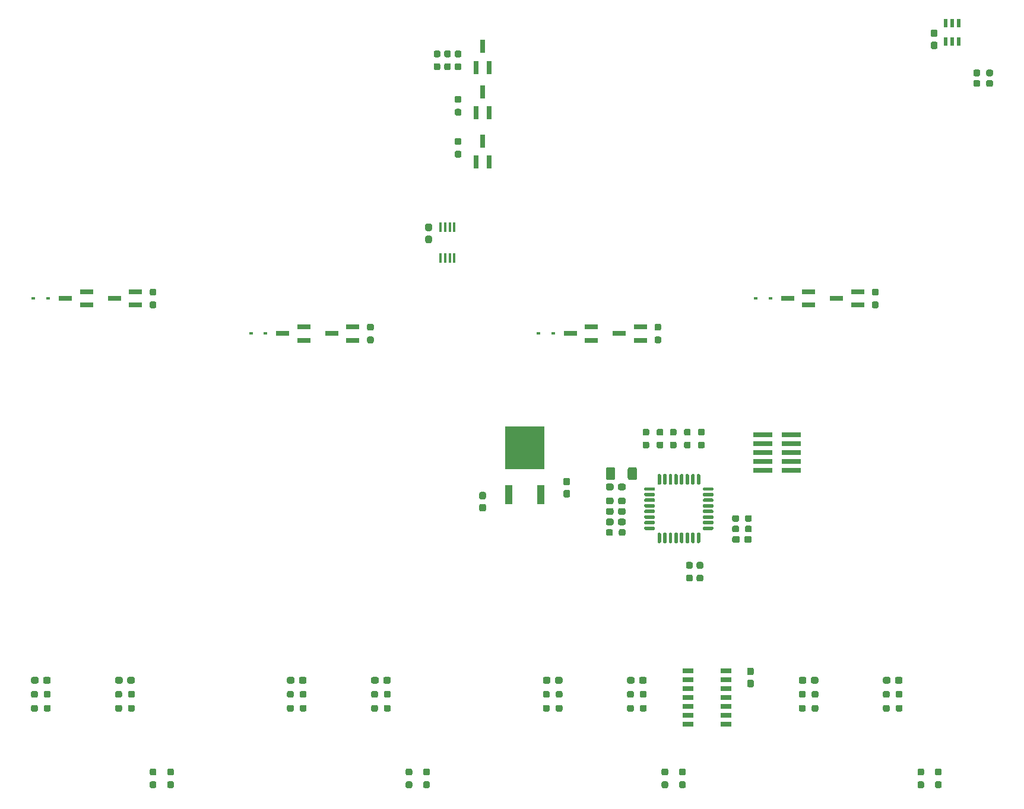
<source format=gtp>
%TF.GenerationSoftware,KiCad,Pcbnew,5.1.10-88a1d61d58~90~ubuntu20.04.1*%
%TF.CreationDate,2021-10-18T00:45:22+03:00*%
%TF.ProjectId,PRS_relay_board,5052535f-7265-46c6-9179-5f626f617264,rev?*%
%TF.SameCoordinates,Original*%
%TF.FileFunction,Paste,Top*%
%TF.FilePolarity,Positive*%
%FSLAX46Y46*%
G04 Gerber Fmt 4.6, Leading zero omitted, Abs format (unit mm)*
G04 Created by KiCad (PCBNEW 5.1.10-88a1d61d58~90~ubuntu20.04.1) date 2021-10-18 00:45:22*
%MOMM*%
%LPD*%
G01*
G04 APERTURE LIST*
%ADD10R,0.450000X1.475000*%
%ADD11R,1.000000X2.750000*%
%ADD12R,5.550000X6.150000*%
%ADD13R,1.550000X0.700000*%
%ADD14R,2.790000X0.740000*%
%ADD15R,0.600000X1.150000*%
%ADD16R,0.600000X0.450000*%
%ADD17R,0.800000X1.900000*%
%ADD18R,1.900000X0.800000*%
G04 APERTURE END LIST*
%TO.C,R44*%
G36*
G01*
X131737500Y-71575000D02*
X131262500Y-71575000D01*
G75*
G02*
X131025000Y-71337500I0J237500D01*
G01*
X131025000Y-70837500D01*
G75*
G02*
X131262500Y-70600000I237500J0D01*
G01*
X131737500Y-70600000D01*
G75*
G02*
X131975000Y-70837500I0J-237500D01*
G01*
X131975000Y-71337500D01*
G75*
G02*
X131737500Y-71575000I-237500J0D01*
G01*
G37*
G36*
G01*
X131737500Y-73400000D02*
X131262500Y-73400000D01*
G75*
G02*
X131025000Y-73162500I0J237500D01*
G01*
X131025000Y-72662500D01*
G75*
G02*
X131262500Y-72425000I237500J0D01*
G01*
X131737500Y-72425000D01*
G75*
G02*
X131975000Y-72662500I0J-237500D01*
G01*
X131975000Y-73162500D01*
G75*
G02*
X131737500Y-73400000I-237500J0D01*
G01*
G37*
%TD*%
D10*
%TO.C,U1*%
X129025000Y-95788000D03*
X129675000Y-95788000D03*
X130325000Y-95788000D03*
X130975000Y-95788000D03*
X130975000Y-100212000D03*
X130325000Y-100212000D03*
X129675000Y-100212000D03*
X129025000Y-100212000D03*
%TD*%
D11*
%TO.C,U5*%
X143290000Y-134000000D03*
D12*
X141000000Y-127300000D03*
D11*
X138710000Y-134000000D03*
%TD*%
D13*
%TO.C,U3*%
X169725000Y-159190000D03*
X169725000Y-160460000D03*
X169725000Y-161730000D03*
X169725000Y-163000000D03*
X169725000Y-164270000D03*
X169725000Y-165540000D03*
X169725000Y-166810000D03*
X164275000Y-166810000D03*
X164275000Y-165540000D03*
X164275000Y-164270000D03*
X164275000Y-163000000D03*
X164275000Y-161730000D03*
X164275000Y-160460000D03*
X164275000Y-159190000D03*
%TD*%
D14*
%TO.C,J4*%
X179035000Y-130540000D03*
X174965000Y-130540000D03*
X179035000Y-129270000D03*
X174965000Y-129270000D03*
X179035000Y-128000000D03*
X174965000Y-128000000D03*
X179035000Y-126730000D03*
X174965000Y-126730000D03*
X179035000Y-125460000D03*
X174965000Y-125460000D03*
%TD*%
D15*
%TO.C,U4*%
X202950000Y-69300000D03*
X202000000Y-69300000D03*
X201050000Y-69300000D03*
X201050000Y-66700000D03*
X202000000Y-66700000D03*
X202950000Y-66700000D03*
%TD*%
%TO.C,C13*%
G36*
G01*
X153900000Y-130349999D02*
X153900000Y-131650001D01*
G75*
G02*
X153650001Y-131900000I-249999J0D01*
G01*
X152824999Y-131900000D01*
G75*
G02*
X152575000Y-131650001I0J249999D01*
G01*
X152575000Y-130349999D01*
G75*
G02*
X152824999Y-130100000I249999J0D01*
G01*
X153650001Y-130100000D01*
G75*
G02*
X153900000Y-130349999I0J-249999D01*
G01*
G37*
G36*
G01*
X157025000Y-130349999D02*
X157025000Y-131650001D01*
G75*
G02*
X156775001Y-131900000I-249999J0D01*
G01*
X155949999Y-131900000D01*
G75*
G02*
X155700000Y-131650001I0J249999D01*
G01*
X155700000Y-130349999D01*
G75*
G02*
X155949999Y-130100000I249999J0D01*
G01*
X156775001Y-130100000D01*
G75*
G02*
X157025000Y-130349999I0J-249999D01*
G01*
G37*
%TD*%
D16*
%TO.C,D7*%
X70950000Y-106000000D03*
X73050000Y-106000000D03*
%TD*%
%TO.C,D5*%
X101950000Y-111000000D03*
X104050000Y-111000000D03*
%TD*%
%TO.C,D3*%
X142950000Y-111000000D03*
X145050000Y-111000000D03*
%TD*%
%TO.C,D1*%
X173950000Y-106000000D03*
X176050000Y-106000000D03*
%TD*%
%TO.C,U2*%
G36*
G01*
X159950000Y-132450000D02*
X159950000Y-131200000D01*
G75*
G02*
X160075000Y-131075000I125000J0D01*
G01*
X160325000Y-131075000D01*
G75*
G02*
X160450000Y-131200000I0J-125000D01*
G01*
X160450000Y-132450000D01*
G75*
G02*
X160325000Y-132575000I-125000J0D01*
G01*
X160075000Y-132575000D01*
G75*
G02*
X159950000Y-132450000I0J125000D01*
G01*
G37*
G36*
G01*
X160750000Y-132450000D02*
X160750000Y-131200000D01*
G75*
G02*
X160875000Y-131075000I125000J0D01*
G01*
X161125000Y-131075000D01*
G75*
G02*
X161250000Y-131200000I0J-125000D01*
G01*
X161250000Y-132450000D01*
G75*
G02*
X161125000Y-132575000I-125000J0D01*
G01*
X160875000Y-132575000D01*
G75*
G02*
X160750000Y-132450000I0J125000D01*
G01*
G37*
G36*
G01*
X161550000Y-132450000D02*
X161550000Y-131200000D01*
G75*
G02*
X161675000Y-131075000I125000J0D01*
G01*
X161925000Y-131075000D01*
G75*
G02*
X162050000Y-131200000I0J-125000D01*
G01*
X162050000Y-132450000D01*
G75*
G02*
X161925000Y-132575000I-125000J0D01*
G01*
X161675000Y-132575000D01*
G75*
G02*
X161550000Y-132450000I0J125000D01*
G01*
G37*
G36*
G01*
X162350000Y-132450000D02*
X162350000Y-131200000D01*
G75*
G02*
X162475000Y-131075000I125000J0D01*
G01*
X162725000Y-131075000D01*
G75*
G02*
X162850000Y-131200000I0J-125000D01*
G01*
X162850000Y-132450000D01*
G75*
G02*
X162725000Y-132575000I-125000J0D01*
G01*
X162475000Y-132575000D01*
G75*
G02*
X162350000Y-132450000I0J125000D01*
G01*
G37*
G36*
G01*
X163150000Y-132450000D02*
X163150000Y-131200000D01*
G75*
G02*
X163275000Y-131075000I125000J0D01*
G01*
X163525000Y-131075000D01*
G75*
G02*
X163650000Y-131200000I0J-125000D01*
G01*
X163650000Y-132450000D01*
G75*
G02*
X163525000Y-132575000I-125000J0D01*
G01*
X163275000Y-132575000D01*
G75*
G02*
X163150000Y-132450000I0J125000D01*
G01*
G37*
G36*
G01*
X163950000Y-132450000D02*
X163950000Y-131200000D01*
G75*
G02*
X164075000Y-131075000I125000J0D01*
G01*
X164325000Y-131075000D01*
G75*
G02*
X164450000Y-131200000I0J-125000D01*
G01*
X164450000Y-132450000D01*
G75*
G02*
X164325000Y-132575000I-125000J0D01*
G01*
X164075000Y-132575000D01*
G75*
G02*
X163950000Y-132450000I0J125000D01*
G01*
G37*
G36*
G01*
X164750000Y-132450000D02*
X164750000Y-131200000D01*
G75*
G02*
X164875000Y-131075000I125000J0D01*
G01*
X165125000Y-131075000D01*
G75*
G02*
X165250000Y-131200000I0J-125000D01*
G01*
X165250000Y-132450000D01*
G75*
G02*
X165125000Y-132575000I-125000J0D01*
G01*
X164875000Y-132575000D01*
G75*
G02*
X164750000Y-132450000I0J125000D01*
G01*
G37*
G36*
G01*
X165550000Y-132450000D02*
X165550000Y-131200000D01*
G75*
G02*
X165675000Y-131075000I125000J0D01*
G01*
X165925000Y-131075000D01*
G75*
G02*
X166050000Y-131200000I0J-125000D01*
G01*
X166050000Y-132450000D01*
G75*
G02*
X165925000Y-132575000I-125000J0D01*
G01*
X165675000Y-132575000D01*
G75*
G02*
X165550000Y-132450000I0J125000D01*
G01*
G37*
G36*
G01*
X166425000Y-133325000D02*
X166425000Y-133075000D01*
G75*
G02*
X166550000Y-132950000I125000J0D01*
G01*
X167800000Y-132950000D01*
G75*
G02*
X167925000Y-133075000I0J-125000D01*
G01*
X167925000Y-133325000D01*
G75*
G02*
X167800000Y-133450000I-125000J0D01*
G01*
X166550000Y-133450000D01*
G75*
G02*
X166425000Y-133325000I0J125000D01*
G01*
G37*
G36*
G01*
X166425000Y-134125000D02*
X166425000Y-133875000D01*
G75*
G02*
X166550000Y-133750000I125000J0D01*
G01*
X167800000Y-133750000D01*
G75*
G02*
X167925000Y-133875000I0J-125000D01*
G01*
X167925000Y-134125000D01*
G75*
G02*
X167800000Y-134250000I-125000J0D01*
G01*
X166550000Y-134250000D01*
G75*
G02*
X166425000Y-134125000I0J125000D01*
G01*
G37*
G36*
G01*
X166425000Y-134925000D02*
X166425000Y-134675000D01*
G75*
G02*
X166550000Y-134550000I125000J0D01*
G01*
X167800000Y-134550000D01*
G75*
G02*
X167925000Y-134675000I0J-125000D01*
G01*
X167925000Y-134925000D01*
G75*
G02*
X167800000Y-135050000I-125000J0D01*
G01*
X166550000Y-135050000D01*
G75*
G02*
X166425000Y-134925000I0J125000D01*
G01*
G37*
G36*
G01*
X166425000Y-135725000D02*
X166425000Y-135475000D01*
G75*
G02*
X166550000Y-135350000I125000J0D01*
G01*
X167800000Y-135350000D01*
G75*
G02*
X167925000Y-135475000I0J-125000D01*
G01*
X167925000Y-135725000D01*
G75*
G02*
X167800000Y-135850000I-125000J0D01*
G01*
X166550000Y-135850000D01*
G75*
G02*
X166425000Y-135725000I0J125000D01*
G01*
G37*
G36*
G01*
X166425000Y-136525000D02*
X166425000Y-136275000D01*
G75*
G02*
X166550000Y-136150000I125000J0D01*
G01*
X167800000Y-136150000D01*
G75*
G02*
X167925000Y-136275000I0J-125000D01*
G01*
X167925000Y-136525000D01*
G75*
G02*
X167800000Y-136650000I-125000J0D01*
G01*
X166550000Y-136650000D01*
G75*
G02*
X166425000Y-136525000I0J125000D01*
G01*
G37*
G36*
G01*
X166425000Y-137325000D02*
X166425000Y-137075000D01*
G75*
G02*
X166550000Y-136950000I125000J0D01*
G01*
X167800000Y-136950000D01*
G75*
G02*
X167925000Y-137075000I0J-125000D01*
G01*
X167925000Y-137325000D01*
G75*
G02*
X167800000Y-137450000I-125000J0D01*
G01*
X166550000Y-137450000D01*
G75*
G02*
X166425000Y-137325000I0J125000D01*
G01*
G37*
G36*
G01*
X166425000Y-138125000D02*
X166425000Y-137875000D01*
G75*
G02*
X166550000Y-137750000I125000J0D01*
G01*
X167800000Y-137750000D01*
G75*
G02*
X167925000Y-137875000I0J-125000D01*
G01*
X167925000Y-138125000D01*
G75*
G02*
X167800000Y-138250000I-125000J0D01*
G01*
X166550000Y-138250000D01*
G75*
G02*
X166425000Y-138125000I0J125000D01*
G01*
G37*
G36*
G01*
X166425000Y-138925000D02*
X166425000Y-138675000D01*
G75*
G02*
X166550000Y-138550000I125000J0D01*
G01*
X167800000Y-138550000D01*
G75*
G02*
X167925000Y-138675000I0J-125000D01*
G01*
X167925000Y-138925000D01*
G75*
G02*
X167800000Y-139050000I-125000J0D01*
G01*
X166550000Y-139050000D01*
G75*
G02*
X166425000Y-138925000I0J125000D01*
G01*
G37*
G36*
G01*
X165550000Y-140800000D02*
X165550000Y-139550000D01*
G75*
G02*
X165675000Y-139425000I125000J0D01*
G01*
X165925000Y-139425000D01*
G75*
G02*
X166050000Y-139550000I0J-125000D01*
G01*
X166050000Y-140800000D01*
G75*
G02*
X165925000Y-140925000I-125000J0D01*
G01*
X165675000Y-140925000D01*
G75*
G02*
X165550000Y-140800000I0J125000D01*
G01*
G37*
G36*
G01*
X164750000Y-140800000D02*
X164750000Y-139550000D01*
G75*
G02*
X164875000Y-139425000I125000J0D01*
G01*
X165125000Y-139425000D01*
G75*
G02*
X165250000Y-139550000I0J-125000D01*
G01*
X165250000Y-140800000D01*
G75*
G02*
X165125000Y-140925000I-125000J0D01*
G01*
X164875000Y-140925000D01*
G75*
G02*
X164750000Y-140800000I0J125000D01*
G01*
G37*
G36*
G01*
X163950000Y-140800000D02*
X163950000Y-139550000D01*
G75*
G02*
X164075000Y-139425000I125000J0D01*
G01*
X164325000Y-139425000D01*
G75*
G02*
X164450000Y-139550000I0J-125000D01*
G01*
X164450000Y-140800000D01*
G75*
G02*
X164325000Y-140925000I-125000J0D01*
G01*
X164075000Y-140925000D01*
G75*
G02*
X163950000Y-140800000I0J125000D01*
G01*
G37*
G36*
G01*
X163150000Y-140800000D02*
X163150000Y-139550000D01*
G75*
G02*
X163275000Y-139425000I125000J0D01*
G01*
X163525000Y-139425000D01*
G75*
G02*
X163650000Y-139550000I0J-125000D01*
G01*
X163650000Y-140800000D01*
G75*
G02*
X163525000Y-140925000I-125000J0D01*
G01*
X163275000Y-140925000D01*
G75*
G02*
X163150000Y-140800000I0J125000D01*
G01*
G37*
G36*
G01*
X162350000Y-140800000D02*
X162350000Y-139550000D01*
G75*
G02*
X162475000Y-139425000I125000J0D01*
G01*
X162725000Y-139425000D01*
G75*
G02*
X162850000Y-139550000I0J-125000D01*
G01*
X162850000Y-140800000D01*
G75*
G02*
X162725000Y-140925000I-125000J0D01*
G01*
X162475000Y-140925000D01*
G75*
G02*
X162350000Y-140800000I0J125000D01*
G01*
G37*
G36*
G01*
X161550000Y-140800000D02*
X161550000Y-139550000D01*
G75*
G02*
X161675000Y-139425000I125000J0D01*
G01*
X161925000Y-139425000D01*
G75*
G02*
X162050000Y-139550000I0J-125000D01*
G01*
X162050000Y-140800000D01*
G75*
G02*
X161925000Y-140925000I-125000J0D01*
G01*
X161675000Y-140925000D01*
G75*
G02*
X161550000Y-140800000I0J125000D01*
G01*
G37*
G36*
G01*
X160750000Y-140800000D02*
X160750000Y-139550000D01*
G75*
G02*
X160875000Y-139425000I125000J0D01*
G01*
X161125000Y-139425000D01*
G75*
G02*
X161250000Y-139550000I0J-125000D01*
G01*
X161250000Y-140800000D01*
G75*
G02*
X161125000Y-140925000I-125000J0D01*
G01*
X160875000Y-140925000D01*
G75*
G02*
X160750000Y-140800000I0J125000D01*
G01*
G37*
G36*
G01*
X159950000Y-140800000D02*
X159950000Y-139550000D01*
G75*
G02*
X160075000Y-139425000I125000J0D01*
G01*
X160325000Y-139425000D01*
G75*
G02*
X160450000Y-139550000I0J-125000D01*
G01*
X160450000Y-140800000D01*
G75*
G02*
X160325000Y-140925000I-125000J0D01*
G01*
X160075000Y-140925000D01*
G75*
G02*
X159950000Y-140800000I0J125000D01*
G01*
G37*
G36*
G01*
X158075000Y-138925000D02*
X158075000Y-138675000D01*
G75*
G02*
X158200000Y-138550000I125000J0D01*
G01*
X159450000Y-138550000D01*
G75*
G02*
X159575000Y-138675000I0J-125000D01*
G01*
X159575000Y-138925000D01*
G75*
G02*
X159450000Y-139050000I-125000J0D01*
G01*
X158200000Y-139050000D01*
G75*
G02*
X158075000Y-138925000I0J125000D01*
G01*
G37*
G36*
G01*
X158075000Y-138125000D02*
X158075000Y-137875000D01*
G75*
G02*
X158200000Y-137750000I125000J0D01*
G01*
X159450000Y-137750000D01*
G75*
G02*
X159575000Y-137875000I0J-125000D01*
G01*
X159575000Y-138125000D01*
G75*
G02*
X159450000Y-138250000I-125000J0D01*
G01*
X158200000Y-138250000D01*
G75*
G02*
X158075000Y-138125000I0J125000D01*
G01*
G37*
G36*
G01*
X158075000Y-137325000D02*
X158075000Y-137075000D01*
G75*
G02*
X158200000Y-136950000I125000J0D01*
G01*
X159450000Y-136950000D01*
G75*
G02*
X159575000Y-137075000I0J-125000D01*
G01*
X159575000Y-137325000D01*
G75*
G02*
X159450000Y-137450000I-125000J0D01*
G01*
X158200000Y-137450000D01*
G75*
G02*
X158075000Y-137325000I0J125000D01*
G01*
G37*
G36*
G01*
X158075000Y-136525000D02*
X158075000Y-136275000D01*
G75*
G02*
X158200000Y-136150000I125000J0D01*
G01*
X159450000Y-136150000D01*
G75*
G02*
X159575000Y-136275000I0J-125000D01*
G01*
X159575000Y-136525000D01*
G75*
G02*
X159450000Y-136650000I-125000J0D01*
G01*
X158200000Y-136650000D01*
G75*
G02*
X158075000Y-136525000I0J125000D01*
G01*
G37*
G36*
G01*
X158075000Y-135725000D02*
X158075000Y-135475000D01*
G75*
G02*
X158200000Y-135350000I125000J0D01*
G01*
X159450000Y-135350000D01*
G75*
G02*
X159575000Y-135475000I0J-125000D01*
G01*
X159575000Y-135725000D01*
G75*
G02*
X159450000Y-135850000I-125000J0D01*
G01*
X158200000Y-135850000D01*
G75*
G02*
X158075000Y-135725000I0J125000D01*
G01*
G37*
G36*
G01*
X158075000Y-134925000D02*
X158075000Y-134675000D01*
G75*
G02*
X158200000Y-134550000I125000J0D01*
G01*
X159450000Y-134550000D01*
G75*
G02*
X159575000Y-134675000I0J-125000D01*
G01*
X159575000Y-134925000D01*
G75*
G02*
X159450000Y-135050000I-125000J0D01*
G01*
X158200000Y-135050000D01*
G75*
G02*
X158075000Y-134925000I0J125000D01*
G01*
G37*
G36*
G01*
X158075000Y-134125000D02*
X158075000Y-133875000D01*
G75*
G02*
X158200000Y-133750000I125000J0D01*
G01*
X159450000Y-133750000D01*
G75*
G02*
X159575000Y-133875000I0J-125000D01*
G01*
X159575000Y-134125000D01*
G75*
G02*
X159450000Y-134250000I-125000J0D01*
G01*
X158200000Y-134250000D01*
G75*
G02*
X158075000Y-134125000I0J125000D01*
G01*
G37*
G36*
G01*
X158075000Y-133325000D02*
X158075000Y-133075000D01*
G75*
G02*
X158200000Y-132950000I125000J0D01*
G01*
X159450000Y-132950000D01*
G75*
G02*
X159575000Y-133075000I0J-125000D01*
G01*
X159575000Y-133325000D01*
G75*
G02*
X159450000Y-133450000I-125000J0D01*
G01*
X158200000Y-133450000D01*
G75*
G02*
X158075000Y-133325000I0J125000D01*
G01*
G37*
%TD*%
%TO.C,R43*%
G36*
G01*
X128737500Y-71575000D02*
X128262500Y-71575000D01*
G75*
G02*
X128025000Y-71337500I0J237500D01*
G01*
X128025000Y-70837500D01*
G75*
G02*
X128262500Y-70600000I237500J0D01*
G01*
X128737500Y-70600000D01*
G75*
G02*
X128975000Y-70837500I0J-237500D01*
G01*
X128975000Y-71337500D01*
G75*
G02*
X128737500Y-71575000I-237500J0D01*
G01*
G37*
G36*
G01*
X128737500Y-73400000D02*
X128262500Y-73400000D01*
G75*
G02*
X128025000Y-73162500I0J237500D01*
G01*
X128025000Y-72662500D01*
G75*
G02*
X128262500Y-72425000I237500J0D01*
G01*
X128737500Y-72425000D01*
G75*
G02*
X128975000Y-72662500I0J-237500D01*
G01*
X128975000Y-73162500D01*
G75*
G02*
X128737500Y-73400000I-237500J0D01*
G01*
G37*
%TD*%
%TO.C,R42*%
G36*
G01*
X129762500Y-72425000D02*
X130237500Y-72425000D01*
G75*
G02*
X130475000Y-72662500I0J-237500D01*
G01*
X130475000Y-73162500D01*
G75*
G02*
X130237500Y-73400000I-237500J0D01*
G01*
X129762500Y-73400000D01*
G75*
G02*
X129525000Y-73162500I0J237500D01*
G01*
X129525000Y-72662500D01*
G75*
G02*
X129762500Y-72425000I237500J0D01*
G01*
G37*
G36*
G01*
X129762500Y-70600000D02*
X130237500Y-70600000D01*
G75*
G02*
X130475000Y-70837500I0J-237500D01*
G01*
X130475000Y-71337500D01*
G75*
G02*
X130237500Y-71575000I-237500J0D01*
G01*
X129762500Y-71575000D01*
G75*
G02*
X129525000Y-71337500I0J237500D01*
G01*
X129525000Y-70837500D01*
G75*
G02*
X129762500Y-70600000I237500J0D01*
G01*
G37*
%TD*%
%TO.C,R41*%
G36*
G01*
X131262500Y-84925000D02*
X131737500Y-84925000D01*
G75*
G02*
X131975000Y-85162500I0J-237500D01*
G01*
X131975000Y-85662500D01*
G75*
G02*
X131737500Y-85900000I-237500J0D01*
G01*
X131262500Y-85900000D01*
G75*
G02*
X131025000Y-85662500I0J237500D01*
G01*
X131025000Y-85162500D01*
G75*
G02*
X131262500Y-84925000I237500J0D01*
G01*
G37*
G36*
G01*
X131262500Y-83100000D02*
X131737500Y-83100000D01*
G75*
G02*
X131975000Y-83337500I0J-237500D01*
G01*
X131975000Y-83837500D01*
G75*
G02*
X131737500Y-84075000I-237500J0D01*
G01*
X131262500Y-84075000D01*
G75*
G02*
X131025000Y-83837500I0J237500D01*
G01*
X131025000Y-83337500D01*
G75*
G02*
X131262500Y-83100000I237500J0D01*
G01*
G37*
%TD*%
%TO.C,R40*%
G36*
G01*
X131262500Y-78925000D02*
X131737500Y-78925000D01*
G75*
G02*
X131975000Y-79162500I0J-237500D01*
G01*
X131975000Y-79662500D01*
G75*
G02*
X131737500Y-79900000I-237500J0D01*
G01*
X131262500Y-79900000D01*
G75*
G02*
X131025000Y-79662500I0J237500D01*
G01*
X131025000Y-79162500D01*
G75*
G02*
X131262500Y-78925000I237500J0D01*
G01*
G37*
G36*
G01*
X131262500Y-77100000D02*
X131737500Y-77100000D01*
G75*
G02*
X131975000Y-77337500I0J-237500D01*
G01*
X131975000Y-77837500D01*
G75*
G02*
X131737500Y-78075000I-237500J0D01*
G01*
X131262500Y-78075000D01*
G75*
G02*
X131025000Y-77837500I0J237500D01*
G01*
X131025000Y-77337500D01*
G75*
G02*
X131262500Y-77100000I237500J0D01*
G01*
G37*
%TD*%
%TO.C,R39*%
G36*
G01*
X165962500Y-126425000D02*
X166437500Y-126425000D01*
G75*
G02*
X166675000Y-126662500I0J-237500D01*
G01*
X166675000Y-127162500D01*
G75*
G02*
X166437500Y-127400000I-237500J0D01*
G01*
X165962500Y-127400000D01*
G75*
G02*
X165725000Y-127162500I0J237500D01*
G01*
X165725000Y-126662500D01*
G75*
G02*
X165962500Y-126425000I237500J0D01*
G01*
G37*
G36*
G01*
X165962500Y-124600000D02*
X166437500Y-124600000D01*
G75*
G02*
X166675000Y-124837500I0J-237500D01*
G01*
X166675000Y-125337500D01*
G75*
G02*
X166437500Y-125575000I-237500J0D01*
G01*
X165962500Y-125575000D01*
G75*
G02*
X165725000Y-125337500I0J237500D01*
G01*
X165725000Y-124837500D01*
G75*
G02*
X165962500Y-124600000I237500J0D01*
G01*
G37*
%TD*%
%TO.C,R38*%
G36*
G01*
X163962500Y-126425000D02*
X164437500Y-126425000D01*
G75*
G02*
X164675000Y-126662500I0J-237500D01*
G01*
X164675000Y-127162500D01*
G75*
G02*
X164437500Y-127400000I-237500J0D01*
G01*
X163962500Y-127400000D01*
G75*
G02*
X163725000Y-127162500I0J237500D01*
G01*
X163725000Y-126662500D01*
G75*
G02*
X163962500Y-126425000I237500J0D01*
G01*
G37*
G36*
G01*
X163962500Y-124600000D02*
X164437500Y-124600000D01*
G75*
G02*
X164675000Y-124837500I0J-237500D01*
G01*
X164675000Y-125337500D01*
G75*
G02*
X164437500Y-125575000I-237500J0D01*
G01*
X163962500Y-125575000D01*
G75*
G02*
X163725000Y-125337500I0J237500D01*
G01*
X163725000Y-124837500D01*
G75*
G02*
X163962500Y-124600000I237500J0D01*
G01*
G37*
%TD*%
%TO.C,R37*%
G36*
G01*
X161962500Y-126425000D02*
X162437500Y-126425000D01*
G75*
G02*
X162675000Y-126662500I0J-237500D01*
G01*
X162675000Y-127162500D01*
G75*
G02*
X162437500Y-127400000I-237500J0D01*
G01*
X161962500Y-127400000D01*
G75*
G02*
X161725000Y-127162500I0J237500D01*
G01*
X161725000Y-126662500D01*
G75*
G02*
X161962500Y-126425000I237500J0D01*
G01*
G37*
G36*
G01*
X161962500Y-124600000D02*
X162437500Y-124600000D01*
G75*
G02*
X162675000Y-124837500I0J-237500D01*
G01*
X162675000Y-125337500D01*
G75*
G02*
X162437500Y-125575000I-237500J0D01*
G01*
X161962500Y-125575000D01*
G75*
G02*
X161725000Y-125337500I0J237500D01*
G01*
X161725000Y-124837500D01*
G75*
G02*
X161962500Y-124600000I237500J0D01*
G01*
G37*
%TD*%
%TO.C,R36*%
G36*
G01*
X193925000Y-164737500D02*
X193925000Y-164262500D01*
G75*
G02*
X194162500Y-164025000I237500J0D01*
G01*
X194662500Y-164025000D01*
G75*
G02*
X194900000Y-164262500I0J-237500D01*
G01*
X194900000Y-164737500D01*
G75*
G02*
X194662500Y-164975000I-237500J0D01*
G01*
X194162500Y-164975000D01*
G75*
G02*
X193925000Y-164737500I0J237500D01*
G01*
G37*
G36*
G01*
X192100000Y-164737500D02*
X192100000Y-164262500D01*
G75*
G02*
X192337500Y-164025000I237500J0D01*
G01*
X192837500Y-164025000D01*
G75*
G02*
X193075000Y-164262500I0J-237500D01*
G01*
X193075000Y-164737500D01*
G75*
G02*
X192837500Y-164975000I-237500J0D01*
G01*
X192337500Y-164975000D01*
G75*
G02*
X192100000Y-164737500I0J237500D01*
G01*
G37*
%TD*%
%TO.C,R35*%
G36*
G01*
X181925000Y-164737500D02*
X181925000Y-164262500D01*
G75*
G02*
X182162500Y-164025000I237500J0D01*
G01*
X182662500Y-164025000D01*
G75*
G02*
X182900000Y-164262500I0J-237500D01*
G01*
X182900000Y-164737500D01*
G75*
G02*
X182662500Y-164975000I-237500J0D01*
G01*
X182162500Y-164975000D01*
G75*
G02*
X181925000Y-164737500I0J237500D01*
G01*
G37*
G36*
G01*
X180100000Y-164737500D02*
X180100000Y-164262500D01*
G75*
G02*
X180337500Y-164025000I237500J0D01*
G01*
X180837500Y-164025000D01*
G75*
G02*
X181075000Y-164262500I0J-237500D01*
G01*
X181075000Y-164737500D01*
G75*
G02*
X180837500Y-164975000I-237500J0D01*
G01*
X180337500Y-164975000D01*
G75*
G02*
X180100000Y-164737500I0J237500D01*
G01*
G37*
%TD*%
%TO.C,R34*%
G36*
G01*
X193075000Y-162262500D02*
X193075000Y-162737500D01*
G75*
G02*
X192837500Y-162975000I-237500J0D01*
G01*
X192337500Y-162975000D01*
G75*
G02*
X192100000Y-162737500I0J237500D01*
G01*
X192100000Y-162262500D01*
G75*
G02*
X192337500Y-162025000I237500J0D01*
G01*
X192837500Y-162025000D01*
G75*
G02*
X193075000Y-162262500I0J-237500D01*
G01*
G37*
G36*
G01*
X194900000Y-162262500D02*
X194900000Y-162737500D01*
G75*
G02*
X194662500Y-162975000I-237500J0D01*
G01*
X194162500Y-162975000D01*
G75*
G02*
X193925000Y-162737500I0J237500D01*
G01*
X193925000Y-162262500D01*
G75*
G02*
X194162500Y-162025000I237500J0D01*
G01*
X194662500Y-162025000D01*
G75*
G02*
X194900000Y-162262500I0J-237500D01*
G01*
G37*
%TD*%
%TO.C,R33*%
G36*
G01*
X181075000Y-162262500D02*
X181075000Y-162737500D01*
G75*
G02*
X180837500Y-162975000I-237500J0D01*
G01*
X180337500Y-162975000D01*
G75*
G02*
X180100000Y-162737500I0J237500D01*
G01*
X180100000Y-162262500D01*
G75*
G02*
X180337500Y-162025000I237500J0D01*
G01*
X180837500Y-162025000D01*
G75*
G02*
X181075000Y-162262500I0J-237500D01*
G01*
G37*
G36*
G01*
X182900000Y-162262500D02*
X182900000Y-162737500D01*
G75*
G02*
X182662500Y-162975000I-237500J0D01*
G01*
X182162500Y-162975000D01*
G75*
G02*
X181925000Y-162737500I0J237500D01*
G01*
X181925000Y-162262500D01*
G75*
G02*
X182162500Y-162025000I237500J0D01*
G01*
X182662500Y-162025000D01*
G75*
G02*
X182900000Y-162262500I0J-237500D01*
G01*
G37*
%TD*%
%TO.C,R32*%
G36*
G01*
X199762500Y-174925000D02*
X200237500Y-174925000D01*
G75*
G02*
X200475000Y-175162500I0J-237500D01*
G01*
X200475000Y-175662500D01*
G75*
G02*
X200237500Y-175900000I-237500J0D01*
G01*
X199762500Y-175900000D01*
G75*
G02*
X199525000Y-175662500I0J237500D01*
G01*
X199525000Y-175162500D01*
G75*
G02*
X199762500Y-174925000I237500J0D01*
G01*
G37*
G36*
G01*
X199762500Y-173100000D02*
X200237500Y-173100000D01*
G75*
G02*
X200475000Y-173337500I0J-237500D01*
G01*
X200475000Y-173837500D01*
G75*
G02*
X200237500Y-174075000I-237500J0D01*
G01*
X199762500Y-174075000D01*
G75*
G02*
X199525000Y-173837500I0J237500D01*
G01*
X199525000Y-173337500D01*
G75*
G02*
X199762500Y-173100000I237500J0D01*
G01*
G37*
%TD*%
%TO.C,R31*%
G36*
G01*
X157425000Y-164737500D02*
X157425000Y-164262500D01*
G75*
G02*
X157662500Y-164025000I237500J0D01*
G01*
X158162500Y-164025000D01*
G75*
G02*
X158400000Y-164262500I0J-237500D01*
G01*
X158400000Y-164737500D01*
G75*
G02*
X158162500Y-164975000I-237500J0D01*
G01*
X157662500Y-164975000D01*
G75*
G02*
X157425000Y-164737500I0J237500D01*
G01*
G37*
G36*
G01*
X155600000Y-164737500D02*
X155600000Y-164262500D01*
G75*
G02*
X155837500Y-164025000I237500J0D01*
G01*
X156337500Y-164025000D01*
G75*
G02*
X156575000Y-164262500I0J-237500D01*
G01*
X156575000Y-164737500D01*
G75*
G02*
X156337500Y-164975000I-237500J0D01*
G01*
X155837500Y-164975000D01*
G75*
G02*
X155600000Y-164737500I0J237500D01*
G01*
G37*
%TD*%
%TO.C,R30*%
G36*
G01*
X145425000Y-164737500D02*
X145425000Y-164262500D01*
G75*
G02*
X145662500Y-164025000I237500J0D01*
G01*
X146162500Y-164025000D01*
G75*
G02*
X146400000Y-164262500I0J-237500D01*
G01*
X146400000Y-164737500D01*
G75*
G02*
X146162500Y-164975000I-237500J0D01*
G01*
X145662500Y-164975000D01*
G75*
G02*
X145425000Y-164737500I0J237500D01*
G01*
G37*
G36*
G01*
X143600000Y-164737500D02*
X143600000Y-164262500D01*
G75*
G02*
X143837500Y-164025000I237500J0D01*
G01*
X144337500Y-164025000D01*
G75*
G02*
X144575000Y-164262500I0J-237500D01*
G01*
X144575000Y-164737500D01*
G75*
G02*
X144337500Y-164975000I-237500J0D01*
G01*
X143837500Y-164975000D01*
G75*
G02*
X143600000Y-164737500I0J237500D01*
G01*
G37*
%TD*%
%TO.C,R29*%
G36*
G01*
X156575000Y-162262500D02*
X156575000Y-162737500D01*
G75*
G02*
X156337500Y-162975000I-237500J0D01*
G01*
X155837500Y-162975000D01*
G75*
G02*
X155600000Y-162737500I0J237500D01*
G01*
X155600000Y-162262500D01*
G75*
G02*
X155837500Y-162025000I237500J0D01*
G01*
X156337500Y-162025000D01*
G75*
G02*
X156575000Y-162262500I0J-237500D01*
G01*
G37*
G36*
G01*
X158400000Y-162262500D02*
X158400000Y-162737500D01*
G75*
G02*
X158162500Y-162975000I-237500J0D01*
G01*
X157662500Y-162975000D01*
G75*
G02*
X157425000Y-162737500I0J237500D01*
G01*
X157425000Y-162262500D01*
G75*
G02*
X157662500Y-162025000I237500J0D01*
G01*
X158162500Y-162025000D01*
G75*
G02*
X158400000Y-162262500I0J-237500D01*
G01*
G37*
%TD*%
%TO.C,R28*%
G36*
G01*
X144575000Y-162262500D02*
X144575000Y-162737500D01*
G75*
G02*
X144337500Y-162975000I-237500J0D01*
G01*
X143837500Y-162975000D01*
G75*
G02*
X143600000Y-162737500I0J237500D01*
G01*
X143600000Y-162262500D01*
G75*
G02*
X143837500Y-162025000I237500J0D01*
G01*
X144337500Y-162025000D01*
G75*
G02*
X144575000Y-162262500I0J-237500D01*
G01*
G37*
G36*
G01*
X146400000Y-162262500D02*
X146400000Y-162737500D01*
G75*
G02*
X146162500Y-162975000I-237500J0D01*
G01*
X145662500Y-162975000D01*
G75*
G02*
X145425000Y-162737500I0J237500D01*
G01*
X145425000Y-162262500D01*
G75*
G02*
X145662500Y-162025000I237500J0D01*
G01*
X146162500Y-162025000D01*
G75*
G02*
X146400000Y-162262500I0J-237500D01*
G01*
G37*
%TD*%
%TO.C,R27*%
G36*
G01*
X197737500Y-174075000D02*
X197262500Y-174075000D01*
G75*
G02*
X197025000Y-173837500I0J237500D01*
G01*
X197025000Y-173337500D01*
G75*
G02*
X197262500Y-173100000I237500J0D01*
G01*
X197737500Y-173100000D01*
G75*
G02*
X197975000Y-173337500I0J-237500D01*
G01*
X197975000Y-173837500D01*
G75*
G02*
X197737500Y-174075000I-237500J0D01*
G01*
G37*
G36*
G01*
X197737500Y-175900000D02*
X197262500Y-175900000D01*
G75*
G02*
X197025000Y-175662500I0J237500D01*
G01*
X197025000Y-175162500D01*
G75*
G02*
X197262500Y-174925000I237500J0D01*
G01*
X197737500Y-174925000D01*
G75*
G02*
X197975000Y-175162500I0J-237500D01*
G01*
X197975000Y-175662500D01*
G75*
G02*
X197737500Y-175900000I-237500J0D01*
G01*
G37*
%TD*%
%TO.C,R26*%
G36*
G01*
X163262500Y-174925000D02*
X163737500Y-174925000D01*
G75*
G02*
X163975000Y-175162500I0J-237500D01*
G01*
X163975000Y-175662500D01*
G75*
G02*
X163737500Y-175900000I-237500J0D01*
G01*
X163262500Y-175900000D01*
G75*
G02*
X163025000Y-175662500I0J237500D01*
G01*
X163025000Y-175162500D01*
G75*
G02*
X163262500Y-174925000I237500J0D01*
G01*
G37*
G36*
G01*
X163262500Y-173100000D02*
X163737500Y-173100000D01*
G75*
G02*
X163975000Y-173337500I0J-237500D01*
G01*
X163975000Y-173837500D01*
G75*
G02*
X163737500Y-174075000I-237500J0D01*
G01*
X163262500Y-174075000D01*
G75*
G02*
X163025000Y-173837500I0J237500D01*
G01*
X163025000Y-173337500D01*
G75*
G02*
X163262500Y-173100000I237500J0D01*
G01*
G37*
%TD*%
%TO.C,R25*%
G36*
G01*
X161237500Y-174075000D02*
X160762500Y-174075000D01*
G75*
G02*
X160525000Y-173837500I0J237500D01*
G01*
X160525000Y-173337500D01*
G75*
G02*
X160762500Y-173100000I237500J0D01*
G01*
X161237500Y-173100000D01*
G75*
G02*
X161475000Y-173337500I0J-237500D01*
G01*
X161475000Y-173837500D01*
G75*
G02*
X161237500Y-174075000I-237500J0D01*
G01*
G37*
G36*
G01*
X161237500Y-175900000D02*
X160762500Y-175900000D01*
G75*
G02*
X160525000Y-175662500I0J237500D01*
G01*
X160525000Y-175162500D01*
G75*
G02*
X160762500Y-174925000I237500J0D01*
G01*
X161237500Y-174925000D01*
G75*
G02*
X161475000Y-175162500I0J-237500D01*
G01*
X161475000Y-175662500D01*
G75*
G02*
X161237500Y-175900000I-237500J0D01*
G01*
G37*
%TD*%
%TO.C,R19*%
G36*
G01*
X120925000Y-164737500D02*
X120925000Y-164262500D01*
G75*
G02*
X121162500Y-164025000I237500J0D01*
G01*
X121662500Y-164025000D01*
G75*
G02*
X121900000Y-164262500I0J-237500D01*
G01*
X121900000Y-164737500D01*
G75*
G02*
X121662500Y-164975000I-237500J0D01*
G01*
X121162500Y-164975000D01*
G75*
G02*
X120925000Y-164737500I0J237500D01*
G01*
G37*
G36*
G01*
X119100000Y-164737500D02*
X119100000Y-164262500D01*
G75*
G02*
X119337500Y-164025000I237500J0D01*
G01*
X119837500Y-164025000D01*
G75*
G02*
X120075000Y-164262500I0J-237500D01*
G01*
X120075000Y-164737500D01*
G75*
G02*
X119837500Y-164975000I-237500J0D01*
G01*
X119337500Y-164975000D01*
G75*
G02*
X119100000Y-164737500I0J237500D01*
G01*
G37*
%TD*%
%TO.C,R18*%
G36*
G01*
X108925000Y-164737500D02*
X108925000Y-164262500D01*
G75*
G02*
X109162500Y-164025000I237500J0D01*
G01*
X109662500Y-164025000D01*
G75*
G02*
X109900000Y-164262500I0J-237500D01*
G01*
X109900000Y-164737500D01*
G75*
G02*
X109662500Y-164975000I-237500J0D01*
G01*
X109162500Y-164975000D01*
G75*
G02*
X108925000Y-164737500I0J237500D01*
G01*
G37*
G36*
G01*
X107100000Y-164737500D02*
X107100000Y-164262500D01*
G75*
G02*
X107337500Y-164025000I237500J0D01*
G01*
X107837500Y-164025000D01*
G75*
G02*
X108075000Y-164262500I0J-237500D01*
G01*
X108075000Y-164737500D01*
G75*
G02*
X107837500Y-164975000I-237500J0D01*
G01*
X107337500Y-164975000D01*
G75*
G02*
X107100000Y-164737500I0J237500D01*
G01*
G37*
%TD*%
%TO.C,R17*%
G36*
G01*
X120075000Y-162262500D02*
X120075000Y-162737500D01*
G75*
G02*
X119837500Y-162975000I-237500J0D01*
G01*
X119337500Y-162975000D01*
G75*
G02*
X119100000Y-162737500I0J237500D01*
G01*
X119100000Y-162262500D01*
G75*
G02*
X119337500Y-162025000I237500J0D01*
G01*
X119837500Y-162025000D01*
G75*
G02*
X120075000Y-162262500I0J-237500D01*
G01*
G37*
G36*
G01*
X121900000Y-162262500D02*
X121900000Y-162737500D01*
G75*
G02*
X121662500Y-162975000I-237500J0D01*
G01*
X121162500Y-162975000D01*
G75*
G02*
X120925000Y-162737500I0J237500D01*
G01*
X120925000Y-162262500D01*
G75*
G02*
X121162500Y-162025000I237500J0D01*
G01*
X121662500Y-162025000D01*
G75*
G02*
X121900000Y-162262500I0J-237500D01*
G01*
G37*
%TD*%
%TO.C,R16*%
G36*
G01*
X108075000Y-162262500D02*
X108075000Y-162737500D01*
G75*
G02*
X107837500Y-162975000I-237500J0D01*
G01*
X107337500Y-162975000D01*
G75*
G02*
X107100000Y-162737500I0J237500D01*
G01*
X107100000Y-162262500D01*
G75*
G02*
X107337500Y-162025000I237500J0D01*
G01*
X107837500Y-162025000D01*
G75*
G02*
X108075000Y-162262500I0J-237500D01*
G01*
G37*
G36*
G01*
X109900000Y-162262500D02*
X109900000Y-162737500D01*
G75*
G02*
X109662500Y-162975000I-237500J0D01*
G01*
X109162500Y-162975000D01*
G75*
G02*
X108925000Y-162737500I0J237500D01*
G01*
X108925000Y-162262500D01*
G75*
G02*
X109162500Y-162025000I237500J0D01*
G01*
X109662500Y-162025000D01*
G75*
G02*
X109900000Y-162262500I0J-237500D01*
G01*
G37*
%TD*%
%TO.C,R15*%
G36*
G01*
X127237500Y-174075000D02*
X126762500Y-174075000D01*
G75*
G02*
X126525000Y-173837500I0J237500D01*
G01*
X126525000Y-173337500D01*
G75*
G02*
X126762500Y-173100000I237500J0D01*
G01*
X127237500Y-173100000D01*
G75*
G02*
X127475000Y-173337500I0J-237500D01*
G01*
X127475000Y-173837500D01*
G75*
G02*
X127237500Y-174075000I-237500J0D01*
G01*
G37*
G36*
G01*
X127237500Y-175900000D02*
X126762500Y-175900000D01*
G75*
G02*
X126525000Y-175662500I0J237500D01*
G01*
X126525000Y-175162500D01*
G75*
G02*
X126762500Y-174925000I237500J0D01*
G01*
X127237500Y-174925000D01*
G75*
G02*
X127475000Y-175162500I0J-237500D01*
G01*
X127475000Y-175662500D01*
G75*
G02*
X127237500Y-175900000I-237500J0D01*
G01*
G37*
%TD*%
%TO.C,R14*%
G36*
G01*
X124737500Y-174075000D02*
X124262500Y-174075000D01*
G75*
G02*
X124025000Y-173837500I0J237500D01*
G01*
X124025000Y-173337500D01*
G75*
G02*
X124262500Y-173100000I237500J0D01*
G01*
X124737500Y-173100000D01*
G75*
G02*
X124975000Y-173337500I0J-237500D01*
G01*
X124975000Y-173837500D01*
G75*
G02*
X124737500Y-174075000I-237500J0D01*
G01*
G37*
G36*
G01*
X124737500Y-175900000D02*
X124262500Y-175900000D01*
G75*
G02*
X124025000Y-175662500I0J237500D01*
G01*
X124025000Y-175162500D01*
G75*
G02*
X124262500Y-174925000I237500J0D01*
G01*
X124737500Y-174925000D01*
G75*
G02*
X124975000Y-175162500I0J-237500D01*
G01*
X124975000Y-175662500D01*
G75*
G02*
X124737500Y-175900000I-237500J0D01*
G01*
G37*
%TD*%
%TO.C,R13*%
G36*
G01*
X90737500Y-174075000D02*
X90262500Y-174075000D01*
G75*
G02*
X90025000Y-173837500I0J237500D01*
G01*
X90025000Y-173337500D01*
G75*
G02*
X90262500Y-173100000I237500J0D01*
G01*
X90737500Y-173100000D01*
G75*
G02*
X90975000Y-173337500I0J-237500D01*
G01*
X90975000Y-173837500D01*
G75*
G02*
X90737500Y-174075000I-237500J0D01*
G01*
G37*
G36*
G01*
X90737500Y-175900000D02*
X90262500Y-175900000D01*
G75*
G02*
X90025000Y-175662500I0J237500D01*
G01*
X90025000Y-175162500D01*
G75*
G02*
X90262500Y-174925000I237500J0D01*
G01*
X90737500Y-174925000D01*
G75*
G02*
X90975000Y-175162500I0J-237500D01*
G01*
X90975000Y-175662500D01*
G75*
G02*
X90737500Y-175900000I-237500J0D01*
G01*
G37*
%TD*%
%TO.C,R12*%
G36*
G01*
X84425000Y-164737500D02*
X84425000Y-164262500D01*
G75*
G02*
X84662500Y-164025000I237500J0D01*
G01*
X85162500Y-164025000D01*
G75*
G02*
X85400000Y-164262500I0J-237500D01*
G01*
X85400000Y-164737500D01*
G75*
G02*
X85162500Y-164975000I-237500J0D01*
G01*
X84662500Y-164975000D01*
G75*
G02*
X84425000Y-164737500I0J237500D01*
G01*
G37*
G36*
G01*
X82600000Y-164737500D02*
X82600000Y-164262500D01*
G75*
G02*
X82837500Y-164025000I237500J0D01*
G01*
X83337500Y-164025000D01*
G75*
G02*
X83575000Y-164262500I0J-237500D01*
G01*
X83575000Y-164737500D01*
G75*
G02*
X83337500Y-164975000I-237500J0D01*
G01*
X82837500Y-164975000D01*
G75*
G02*
X82600000Y-164737500I0J237500D01*
G01*
G37*
%TD*%
%TO.C,R9*%
G36*
G01*
X160062500Y-126425000D02*
X160537500Y-126425000D01*
G75*
G02*
X160775000Y-126662500I0J-237500D01*
G01*
X160775000Y-127162500D01*
G75*
G02*
X160537500Y-127400000I-237500J0D01*
G01*
X160062500Y-127400000D01*
G75*
G02*
X159825000Y-127162500I0J237500D01*
G01*
X159825000Y-126662500D01*
G75*
G02*
X160062500Y-126425000I237500J0D01*
G01*
G37*
G36*
G01*
X160062500Y-124600000D02*
X160537500Y-124600000D01*
G75*
G02*
X160775000Y-124837500I0J-237500D01*
G01*
X160775000Y-125337500D01*
G75*
G02*
X160537500Y-125575000I-237500J0D01*
G01*
X160062500Y-125575000D01*
G75*
G02*
X159825000Y-125337500I0J237500D01*
G01*
X159825000Y-124837500D01*
G75*
G02*
X160062500Y-124600000I237500J0D01*
G01*
G37*
%TD*%
%TO.C,R8*%
G36*
G01*
X72425000Y-164737500D02*
X72425000Y-164262500D01*
G75*
G02*
X72662500Y-164025000I237500J0D01*
G01*
X73162500Y-164025000D01*
G75*
G02*
X73400000Y-164262500I0J-237500D01*
G01*
X73400000Y-164737500D01*
G75*
G02*
X73162500Y-164975000I-237500J0D01*
G01*
X72662500Y-164975000D01*
G75*
G02*
X72425000Y-164737500I0J237500D01*
G01*
G37*
G36*
G01*
X70600000Y-164737500D02*
X70600000Y-164262500D01*
G75*
G02*
X70837500Y-164025000I237500J0D01*
G01*
X71337500Y-164025000D01*
G75*
G02*
X71575000Y-164262500I0J-237500D01*
G01*
X71575000Y-164737500D01*
G75*
G02*
X71337500Y-164975000I-237500J0D01*
G01*
X70837500Y-164975000D01*
G75*
G02*
X70600000Y-164737500I0J237500D01*
G01*
G37*
%TD*%
%TO.C,R7*%
G36*
G01*
X83575000Y-162262500D02*
X83575000Y-162737500D01*
G75*
G02*
X83337500Y-162975000I-237500J0D01*
G01*
X82837500Y-162975000D01*
G75*
G02*
X82600000Y-162737500I0J237500D01*
G01*
X82600000Y-162262500D01*
G75*
G02*
X82837500Y-162025000I237500J0D01*
G01*
X83337500Y-162025000D01*
G75*
G02*
X83575000Y-162262500I0J-237500D01*
G01*
G37*
G36*
G01*
X85400000Y-162262500D02*
X85400000Y-162737500D01*
G75*
G02*
X85162500Y-162975000I-237500J0D01*
G01*
X84662500Y-162975000D01*
G75*
G02*
X84425000Y-162737500I0J237500D01*
G01*
X84425000Y-162262500D01*
G75*
G02*
X84662500Y-162025000I237500J0D01*
G01*
X85162500Y-162025000D01*
G75*
G02*
X85400000Y-162262500I0J-237500D01*
G01*
G37*
%TD*%
%TO.C,R6*%
G36*
G01*
X71575000Y-162262500D02*
X71575000Y-162737500D01*
G75*
G02*
X71337500Y-162975000I-237500J0D01*
G01*
X70837500Y-162975000D01*
G75*
G02*
X70600000Y-162737500I0J237500D01*
G01*
X70600000Y-162262500D01*
G75*
G02*
X70837500Y-162025000I237500J0D01*
G01*
X71337500Y-162025000D01*
G75*
G02*
X71575000Y-162262500I0J-237500D01*
G01*
G37*
G36*
G01*
X73400000Y-162262500D02*
X73400000Y-162737500D01*
G75*
G02*
X73162500Y-162975000I-237500J0D01*
G01*
X72662500Y-162975000D01*
G75*
G02*
X72425000Y-162737500I0J237500D01*
G01*
X72425000Y-162262500D01*
G75*
G02*
X72662500Y-162025000I237500J0D01*
G01*
X73162500Y-162025000D01*
G75*
G02*
X73400000Y-162262500I0J-237500D01*
G01*
G37*
%TD*%
%TO.C,R5*%
G36*
G01*
X88237500Y-174075000D02*
X87762500Y-174075000D01*
G75*
G02*
X87525000Y-173837500I0J237500D01*
G01*
X87525000Y-173337500D01*
G75*
G02*
X87762500Y-173100000I237500J0D01*
G01*
X88237500Y-173100000D01*
G75*
G02*
X88475000Y-173337500I0J-237500D01*
G01*
X88475000Y-173837500D01*
G75*
G02*
X88237500Y-174075000I-237500J0D01*
G01*
G37*
G36*
G01*
X88237500Y-175900000D02*
X87762500Y-175900000D01*
G75*
G02*
X87525000Y-175662500I0J237500D01*
G01*
X87525000Y-175162500D01*
G75*
G02*
X87762500Y-174925000I237500J0D01*
G01*
X88237500Y-174925000D01*
G75*
G02*
X88475000Y-175162500I0J-237500D01*
G01*
X88475000Y-175662500D01*
G75*
G02*
X88237500Y-175900000I-237500J0D01*
G01*
G37*
%TD*%
%TO.C,R4*%
G36*
G01*
X88237500Y-105575000D02*
X87762500Y-105575000D01*
G75*
G02*
X87525000Y-105337500I0J237500D01*
G01*
X87525000Y-104837500D01*
G75*
G02*
X87762500Y-104600000I237500J0D01*
G01*
X88237500Y-104600000D01*
G75*
G02*
X88475000Y-104837500I0J-237500D01*
G01*
X88475000Y-105337500D01*
G75*
G02*
X88237500Y-105575000I-237500J0D01*
G01*
G37*
G36*
G01*
X88237500Y-107400000D02*
X87762500Y-107400000D01*
G75*
G02*
X87525000Y-107162500I0J237500D01*
G01*
X87525000Y-106662500D01*
G75*
G02*
X87762500Y-106425000I237500J0D01*
G01*
X88237500Y-106425000D01*
G75*
G02*
X88475000Y-106662500I0J-237500D01*
G01*
X88475000Y-107162500D01*
G75*
G02*
X88237500Y-107400000I-237500J0D01*
G01*
G37*
%TD*%
%TO.C,R3*%
G36*
G01*
X119237500Y-110575000D02*
X118762500Y-110575000D01*
G75*
G02*
X118525000Y-110337500I0J237500D01*
G01*
X118525000Y-109837500D01*
G75*
G02*
X118762500Y-109600000I237500J0D01*
G01*
X119237500Y-109600000D01*
G75*
G02*
X119475000Y-109837500I0J-237500D01*
G01*
X119475000Y-110337500D01*
G75*
G02*
X119237500Y-110575000I-237500J0D01*
G01*
G37*
G36*
G01*
X119237500Y-112400000D02*
X118762500Y-112400000D01*
G75*
G02*
X118525000Y-112162500I0J237500D01*
G01*
X118525000Y-111662500D01*
G75*
G02*
X118762500Y-111425000I237500J0D01*
G01*
X119237500Y-111425000D01*
G75*
G02*
X119475000Y-111662500I0J-237500D01*
G01*
X119475000Y-112162500D01*
G75*
G02*
X119237500Y-112400000I-237500J0D01*
G01*
G37*
%TD*%
%TO.C,R2*%
G36*
G01*
X160237500Y-110575000D02*
X159762500Y-110575000D01*
G75*
G02*
X159525000Y-110337500I0J237500D01*
G01*
X159525000Y-109837500D01*
G75*
G02*
X159762500Y-109600000I237500J0D01*
G01*
X160237500Y-109600000D01*
G75*
G02*
X160475000Y-109837500I0J-237500D01*
G01*
X160475000Y-110337500D01*
G75*
G02*
X160237500Y-110575000I-237500J0D01*
G01*
G37*
G36*
G01*
X160237500Y-112400000D02*
X159762500Y-112400000D01*
G75*
G02*
X159525000Y-112162500I0J237500D01*
G01*
X159525000Y-111662500D01*
G75*
G02*
X159762500Y-111425000I237500J0D01*
G01*
X160237500Y-111425000D01*
G75*
G02*
X160475000Y-111662500I0J-237500D01*
G01*
X160475000Y-112162500D01*
G75*
G02*
X160237500Y-112400000I-237500J0D01*
G01*
G37*
%TD*%
%TO.C,R1*%
G36*
G01*
X191237500Y-105575000D02*
X190762500Y-105575000D01*
G75*
G02*
X190525000Y-105337500I0J237500D01*
G01*
X190525000Y-104837500D01*
G75*
G02*
X190762500Y-104600000I237500J0D01*
G01*
X191237500Y-104600000D01*
G75*
G02*
X191475000Y-104837500I0J-237500D01*
G01*
X191475000Y-105337500D01*
G75*
G02*
X191237500Y-105575000I-237500J0D01*
G01*
G37*
G36*
G01*
X191237500Y-107400000D02*
X190762500Y-107400000D01*
G75*
G02*
X190525000Y-107162500I0J237500D01*
G01*
X190525000Y-106662500D01*
G75*
G02*
X190762500Y-106425000I237500J0D01*
G01*
X191237500Y-106425000D01*
G75*
G02*
X191475000Y-106662500I0J-237500D01*
G01*
X191475000Y-107162500D01*
G75*
G02*
X191237500Y-107400000I-237500J0D01*
G01*
G37*
%TD*%
D17*
%TO.C,Q6*%
X135000000Y-76500000D03*
X135950000Y-79500000D03*
X134050000Y-79500000D03*
%TD*%
%TO.C,Q5*%
X135000000Y-83500000D03*
X135950000Y-86500000D03*
X134050000Y-86500000D03*
%TD*%
D18*
%TO.C,Q4*%
X82500000Y-106000000D03*
X85500000Y-105050000D03*
X85500000Y-106950000D03*
%TD*%
%TO.C,Q3*%
X113500000Y-111000000D03*
X116500000Y-110050000D03*
X116500000Y-111950000D03*
%TD*%
%TO.C,Q2*%
X154500000Y-111000000D03*
X157500000Y-110050000D03*
X157500000Y-111950000D03*
%TD*%
%TO.C,Q1*%
X185500000Y-106000000D03*
X188500000Y-105050000D03*
X188500000Y-106950000D03*
%TD*%
D17*
%TO.C,D9*%
X135000000Y-70000000D03*
X135950000Y-73000000D03*
X134050000Y-73000000D03*
%TD*%
D18*
%TO.C,D8*%
X75500000Y-106000000D03*
X78500000Y-105050000D03*
X78500000Y-106950000D03*
%TD*%
%TO.C,D6*%
X106500000Y-111000000D03*
X109500000Y-110050000D03*
X109500000Y-111950000D03*
%TD*%
%TO.C,D4*%
X147500000Y-111000000D03*
X150500000Y-110050000D03*
X150500000Y-111950000D03*
%TD*%
%TO.C,D2*%
X178500000Y-106000000D03*
X181500000Y-105050000D03*
X181500000Y-106950000D03*
%TD*%
%TO.C,C19*%
G36*
G01*
X127062500Y-97025000D02*
X127537500Y-97025000D01*
G75*
G02*
X127775000Y-97262500I0J-237500D01*
G01*
X127775000Y-97862500D01*
G75*
G02*
X127537500Y-98100000I-237500J0D01*
G01*
X127062500Y-98100000D01*
G75*
G02*
X126825000Y-97862500I0J237500D01*
G01*
X126825000Y-97262500D01*
G75*
G02*
X127062500Y-97025000I237500J0D01*
G01*
G37*
G36*
G01*
X127062500Y-95300000D02*
X127537500Y-95300000D01*
G75*
G02*
X127775000Y-95537500I0J-237500D01*
G01*
X127775000Y-96137500D01*
G75*
G02*
X127537500Y-96375000I-237500J0D01*
G01*
X127062500Y-96375000D01*
G75*
G02*
X126825000Y-96137500I0J237500D01*
G01*
X126825000Y-95537500D01*
G75*
G02*
X127062500Y-95300000I237500J0D01*
G01*
G37*
%TD*%
%TO.C,C16*%
G36*
G01*
X193175000Y-160262500D02*
X193175000Y-160737500D01*
G75*
G02*
X192937500Y-160975000I-237500J0D01*
G01*
X192337500Y-160975000D01*
G75*
G02*
X192100000Y-160737500I0J237500D01*
G01*
X192100000Y-160262500D01*
G75*
G02*
X192337500Y-160025000I237500J0D01*
G01*
X192937500Y-160025000D01*
G75*
G02*
X193175000Y-160262500I0J-237500D01*
G01*
G37*
G36*
G01*
X194900000Y-160262500D02*
X194900000Y-160737500D01*
G75*
G02*
X194662500Y-160975000I-237500J0D01*
G01*
X194062500Y-160975000D01*
G75*
G02*
X193825000Y-160737500I0J237500D01*
G01*
X193825000Y-160262500D01*
G75*
G02*
X194062500Y-160025000I237500J0D01*
G01*
X194662500Y-160025000D01*
G75*
G02*
X194900000Y-160262500I0J-237500D01*
G01*
G37*
%TD*%
%TO.C,C12*%
G36*
G01*
X181175000Y-160262500D02*
X181175000Y-160737500D01*
G75*
G02*
X180937500Y-160975000I-237500J0D01*
G01*
X180337500Y-160975000D01*
G75*
G02*
X180100000Y-160737500I0J237500D01*
G01*
X180100000Y-160262500D01*
G75*
G02*
X180337500Y-160025000I237500J0D01*
G01*
X180937500Y-160025000D01*
G75*
G02*
X181175000Y-160262500I0J-237500D01*
G01*
G37*
G36*
G01*
X182900000Y-160262500D02*
X182900000Y-160737500D01*
G75*
G02*
X182662500Y-160975000I-237500J0D01*
G01*
X182062500Y-160975000D01*
G75*
G02*
X181825000Y-160737500I0J237500D01*
G01*
X181825000Y-160262500D01*
G75*
G02*
X182062500Y-160025000I237500J0D01*
G01*
X182662500Y-160025000D01*
G75*
G02*
X182900000Y-160262500I0J-237500D01*
G01*
G37*
%TD*%
%TO.C,C11*%
G36*
G01*
X156675000Y-160262500D02*
X156675000Y-160737500D01*
G75*
G02*
X156437500Y-160975000I-237500J0D01*
G01*
X155837500Y-160975000D01*
G75*
G02*
X155600000Y-160737500I0J237500D01*
G01*
X155600000Y-160262500D01*
G75*
G02*
X155837500Y-160025000I237500J0D01*
G01*
X156437500Y-160025000D01*
G75*
G02*
X156675000Y-160262500I0J-237500D01*
G01*
G37*
G36*
G01*
X158400000Y-160262500D02*
X158400000Y-160737500D01*
G75*
G02*
X158162500Y-160975000I-237500J0D01*
G01*
X157562500Y-160975000D01*
G75*
G02*
X157325000Y-160737500I0J237500D01*
G01*
X157325000Y-160262500D01*
G75*
G02*
X157562500Y-160025000I237500J0D01*
G01*
X158162500Y-160025000D01*
G75*
G02*
X158400000Y-160262500I0J-237500D01*
G01*
G37*
%TD*%
%TO.C,C10*%
G36*
G01*
X144675000Y-160262500D02*
X144675000Y-160737500D01*
G75*
G02*
X144437500Y-160975000I-237500J0D01*
G01*
X143837500Y-160975000D01*
G75*
G02*
X143600000Y-160737500I0J237500D01*
G01*
X143600000Y-160262500D01*
G75*
G02*
X143837500Y-160025000I237500J0D01*
G01*
X144437500Y-160025000D01*
G75*
G02*
X144675000Y-160262500I0J-237500D01*
G01*
G37*
G36*
G01*
X146400000Y-160262500D02*
X146400000Y-160737500D01*
G75*
G02*
X146162500Y-160975000I-237500J0D01*
G01*
X145562500Y-160975000D01*
G75*
G02*
X145325000Y-160737500I0J237500D01*
G01*
X145325000Y-160262500D01*
G75*
G02*
X145562500Y-160025000I237500J0D01*
G01*
X146162500Y-160025000D01*
G75*
G02*
X146400000Y-160262500I0J-237500D01*
G01*
G37*
%TD*%
%TO.C,C9*%
G36*
G01*
X120175000Y-160262500D02*
X120175000Y-160737500D01*
G75*
G02*
X119937500Y-160975000I-237500J0D01*
G01*
X119337500Y-160975000D01*
G75*
G02*
X119100000Y-160737500I0J237500D01*
G01*
X119100000Y-160262500D01*
G75*
G02*
X119337500Y-160025000I237500J0D01*
G01*
X119937500Y-160025000D01*
G75*
G02*
X120175000Y-160262500I0J-237500D01*
G01*
G37*
G36*
G01*
X121900000Y-160262500D02*
X121900000Y-160737500D01*
G75*
G02*
X121662500Y-160975000I-237500J0D01*
G01*
X121062500Y-160975000D01*
G75*
G02*
X120825000Y-160737500I0J237500D01*
G01*
X120825000Y-160262500D01*
G75*
G02*
X121062500Y-160025000I237500J0D01*
G01*
X121662500Y-160025000D01*
G75*
G02*
X121900000Y-160262500I0J-237500D01*
G01*
G37*
%TD*%
%TO.C,C7*%
G36*
G01*
X108175000Y-160262500D02*
X108175000Y-160737500D01*
G75*
G02*
X107937500Y-160975000I-237500J0D01*
G01*
X107337500Y-160975000D01*
G75*
G02*
X107100000Y-160737500I0J237500D01*
G01*
X107100000Y-160262500D01*
G75*
G02*
X107337500Y-160025000I237500J0D01*
G01*
X107937500Y-160025000D01*
G75*
G02*
X108175000Y-160262500I0J-237500D01*
G01*
G37*
G36*
G01*
X109900000Y-160262500D02*
X109900000Y-160737500D01*
G75*
G02*
X109662500Y-160975000I-237500J0D01*
G01*
X109062500Y-160975000D01*
G75*
G02*
X108825000Y-160737500I0J237500D01*
G01*
X108825000Y-160262500D01*
G75*
G02*
X109062500Y-160025000I237500J0D01*
G01*
X109662500Y-160025000D01*
G75*
G02*
X109900000Y-160262500I0J-237500D01*
G01*
G37*
%TD*%
%TO.C,C6*%
G36*
G01*
X172962500Y-160425000D02*
X173437500Y-160425000D01*
G75*
G02*
X173675000Y-160662500I0J-237500D01*
G01*
X173675000Y-161262500D01*
G75*
G02*
X173437500Y-161500000I-237500J0D01*
G01*
X172962500Y-161500000D01*
G75*
G02*
X172725000Y-161262500I0J237500D01*
G01*
X172725000Y-160662500D01*
G75*
G02*
X172962500Y-160425000I237500J0D01*
G01*
G37*
G36*
G01*
X172962500Y-158700000D02*
X173437500Y-158700000D01*
G75*
G02*
X173675000Y-158937500I0J-237500D01*
G01*
X173675000Y-159537500D01*
G75*
G02*
X173437500Y-159775000I-237500J0D01*
G01*
X172962500Y-159775000D01*
G75*
G02*
X172725000Y-159537500I0J237500D01*
G01*
X172725000Y-158937500D01*
G75*
G02*
X172962500Y-158700000I237500J0D01*
G01*
G37*
%TD*%
%TO.C,C5*%
G36*
G01*
X147237500Y-132675000D02*
X146762500Y-132675000D01*
G75*
G02*
X146525000Y-132437500I0J237500D01*
G01*
X146525000Y-131837500D01*
G75*
G02*
X146762500Y-131600000I237500J0D01*
G01*
X147237500Y-131600000D01*
G75*
G02*
X147475000Y-131837500I0J-237500D01*
G01*
X147475000Y-132437500D01*
G75*
G02*
X147237500Y-132675000I-237500J0D01*
G01*
G37*
G36*
G01*
X147237500Y-134400000D02*
X146762500Y-134400000D01*
G75*
G02*
X146525000Y-134162500I0J237500D01*
G01*
X146525000Y-133562500D01*
G75*
G02*
X146762500Y-133325000I237500J0D01*
G01*
X147237500Y-133325000D01*
G75*
G02*
X147475000Y-133562500I0J-237500D01*
G01*
X147475000Y-134162500D01*
G75*
G02*
X147237500Y-134400000I-237500J0D01*
G01*
G37*
%TD*%
%TO.C,C3*%
G36*
G01*
X134762500Y-135325000D02*
X135237500Y-135325000D01*
G75*
G02*
X135475000Y-135562500I0J-237500D01*
G01*
X135475000Y-136162500D01*
G75*
G02*
X135237500Y-136400000I-237500J0D01*
G01*
X134762500Y-136400000D01*
G75*
G02*
X134525000Y-136162500I0J237500D01*
G01*
X134525000Y-135562500D01*
G75*
G02*
X134762500Y-135325000I237500J0D01*
G01*
G37*
G36*
G01*
X134762500Y-133600000D02*
X135237500Y-133600000D01*
G75*
G02*
X135475000Y-133837500I0J-237500D01*
G01*
X135475000Y-134437500D01*
G75*
G02*
X135237500Y-134675000I-237500J0D01*
G01*
X134762500Y-134675000D01*
G75*
G02*
X134525000Y-134437500I0J237500D01*
G01*
X134525000Y-133837500D01*
G75*
G02*
X134762500Y-133600000I237500J0D01*
G01*
G37*
%TD*%
%TO.C,C2*%
G36*
G01*
X83675000Y-160262500D02*
X83675000Y-160737500D01*
G75*
G02*
X83437500Y-160975000I-237500J0D01*
G01*
X82837500Y-160975000D01*
G75*
G02*
X82600000Y-160737500I0J237500D01*
G01*
X82600000Y-160262500D01*
G75*
G02*
X82837500Y-160025000I237500J0D01*
G01*
X83437500Y-160025000D01*
G75*
G02*
X83675000Y-160262500I0J-237500D01*
G01*
G37*
G36*
G01*
X85400000Y-160262500D02*
X85400000Y-160737500D01*
G75*
G02*
X85162500Y-160975000I-237500J0D01*
G01*
X84562500Y-160975000D01*
G75*
G02*
X84325000Y-160737500I0J237500D01*
G01*
X84325000Y-160262500D01*
G75*
G02*
X84562500Y-160025000I237500J0D01*
G01*
X85162500Y-160025000D01*
G75*
G02*
X85400000Y-160262500I0J-237500D01*
G01*
G37*
%TD*%
%TO.C,C1*%
G36*
G01*
X71675000Y-160262500D02*
X71675000Y-160737500D01*
G75*
G02*
X71437500Y-160975000I-237500J0D01*
G01*
X70837500Y-160975000D01*
G75*
G02*
X70600000Y-160737500I0J237500D01*
G01*
X70600000Y-160262500D01*
G75*
G02*
X70837500Y-160025000I237500J0D01*
G01*
X71437500Y-160025000D01*
G75*
G02*
X71675000Y-160262500I0J-237500D01*
G01*
G37*
G36*
G01*
X73400000Y-160262500D02*
X73400000Y-160737500D01*
G75*
G02*
X73162500Y-160975000I-237500J0D01*
G01*
X72562500Y-160975000D01*
G75*
G02*
X72325000Y-160737500I0J237500D01*
G01*
X72325000Y-160262500D01*
G75*
G02*
X72562500Y-160025000I237500J0D01*
G01*
X73162500Y-160025000D01*
G75*
G02*
X73400000Y-160262500I0J-237500D01*
G01*
G37*
%TD*%
%TO.C,R24*%
G36*
G01*
X158537500Y-125575000D02*
X158062500Y-125575000D01*
G75*
G02*
X157825000Y-125337500I0J237500D01*
G01*
X157825000Y-124837500D01*
G75*
G02*
X158062500Y-124600000I237500J0D01*
G01*
X158537500Y-124600000D01*
G75*
G02*
X158775000Y-124837500I0J-237500D01*
G01*
X158775000Y-125337500D01*
G75*
G02*
X158537500Y-125575000I-237500J0D01*
G01*
G37*
G36*
G01*
X158537500Y-127400000D02*
X158062500Y-127400000D01*
G75*
G02*
X157825000Y-127162500I0J237500D01*
G01*
X157825000Y-126662500D01*
G75*
G02*
X158062500Y-126425000I237500J0D01*
G01*
X158537500Y-126425000D01*
G75*
G02*
X158775000Y-126662500I0J-237500D01*
G01*
X158775000Y-127162500D01*
G75*
G02*
X158537500Y-127400000I-237500J0D01*
G01*
G37*
%TD*%
%TO.C,R23*%
G36*
G01*
X164262500Y-145425000D02*
X164737500Y-145425000D01*
G75*
G02*
X164975000Y-145662500I0J-237500D01*
G01*
X164975000Y-146162500D01*
G75*
G02*
X164737500Y-146400000I-237500J0D01*
G01*
X164262500Y-146400000D01*
G75*
G02*
X164025000Y-146162500I0J237500D01*
G01*
X164025000Y-145662500D01*
G75*
G02*
X164262500Y-145425000I237500J0D01*
G01*
G37*
G36*
G01*
X164262500Y-143600000D02*
X164737500Y-143600000D01*
G75*
G02*
X164975000Y-143837500I0J-237500D01*
G01*
X164975000Y-144337500D01*
G75*
G02*
X164737500Y-144575000I-237500J0D01*
G01*
X164262500Y-144575000D01*
G75*
G02*
X164025000Y-144337500I0J237500D01*
G01*
X164025000Y-143837500D01*
G75*
G02*
X164262500Y-143600000I237500J0D01*
G01*
G37*
%TD*%
%TO.C,R22*%
G36*
G01*
X165762500Y-145425000D02*
X166237500Y-145425000D01*
G75*
G02*
X166475000Y-145662500I0J-237500D01*
G01*
X166475000Y-146162500D01*
G75*
G02*
X166237500Y-146400000I-237500J0D01*
G01*
X165762500Y-146400000D01*
G75*
G02*
X165525000Y-146162500I0J237500D01*
G01*
X165525000Y-145662500D01*
G75*
G02*
X165762500Y-145425000I237500J0D01*
G01*
G37*
G36*
G01*
X165762500Y-143600000D02*
X166237500Y-143600000D01*
G75*
G02*
X166475000Y-143837500I0J-237500D01*
G01*
X166475000Y-144337500D01*
G75*
G02*
X166237500Y-144575000I-237500J0D01*
G01*
X165762500Y-144575000D01*
G75*
G02*
X165525000Y-144337500I0J237500D01*
G01*
X165525000Y-143837500D01*
G75*
G02*
X165762500Y-143600000I237500J0D01*
G01*
G37*
%TD*%
%TO.C,R21*%
G36*
G01*
X172425000Y-139137500D02*
X172425000Y-138662500D01*
G75*
G02*
X172662500Y-138425000I237500J0D01*
G01*
X173162500Y-138425000D01*
G75*
G02*
X173400000Y-138662500I0J-237500D01*
G01*
X173400000Y-139137500D01*
G75*
G02*
X173162500Y-139375000I-237500J0D01*
G01*
X172662500Y-139375000D01*
G75*
G02*
X172425000Y-139137500I0J237500D01*
G01*
G37*
G36*
G01*
X170600000Y-139137500D02*
X170600000Y-138662500D01*
G75*
G02*
X170837500Y-138425000I237500J0D01*
G01*
X171337500Y-138425000D01*
G75*
G02*
X171575000Y-138662500I0J-237500D01*
G01*
X171575000Y-139137500D01*
G75*
G02*
X171337500Y-139375000I-237500J0D01*
G01*
X170837500Y-139375000D01*
G75*
G02*
X170600000Y-139137500I0J237500D01*
G01*
G37*
%TD*%
%TO.C,R20*%
G36*
G01*
X172425000Y-137637500D02*
X172425000Y-137162500D01*
G75*
G02*
X172662500Y-136925000I237500J0D01*
G01*
X173162500Y-136925000D01*
G75*
G02*
X173400000Y-137162500I0J-237500D01*
G01*
X173400000Y-137637500D01*
G75*
G02*
X173162500Y-137875000I-237500J0D01*
G01*
X172662500Y-137875000D01*
G75*
G02*
X172425000Y-137637500I0J237500D01*
G01*
G37*
G36*
G01*
X170600000Y-137637500D02*
X170600000Y-137162500D01*
G75*
G02*
X170837500Y-136925000I237500J0D01*
G01*
X171337500Y-136925000D01*
G75*
G02*
X171575000Y-137162500I0J-237500D01*
G01*
X171575000Y-137637500D01*
G75*
G02*
X171337500Y-137875000I-237500J0D01*
G01*
X170837500Y-137875000D01*
G75*
G02*
X170600000Y-137637500I0J237500D01*
G01*
G37*
%TD*%
%TO.C,R11*%
G36*
G01*
X205975000Y-75062500D02*
X205975000Y-75537500D01*
G75*
G02*
X205737500Y-75775000I-237500J0D01*
G01*
X205237500Y-75775000D01*
G75*
G02*
X205000000Y-75537500I0J237500D01*
G01*
X205000000Y-75062500D01*
G75*
G02*
X205237500Y-74825000I237500J0D01*
G01*
X205737500Y-74825000D01*
G75*
G02*
X205975000Y-75062500I0J-237500D01*
G01*
G37*
G36*
G01*
X207800000Y-75062500D02*
X207800000Y-75537500D01*
G75*
G02*
X207562500Y-75775000I-237500J0D01*
G01*
X207062500Y-75775000D01*
G75*
G02*
X206825000Y-75537500I0J237500D01*
G01*
X206825000Y-75062500D01*
G75*
G02*
X207062500Y-74825000I237500J0D01*
G01*
X207562500Y-74825000D01*
G75*
G02*
X207800000Y-75062500I0J-237500D01*
G01*
G37*
%TD*%
%TO.C,R10*%
G36*
G01*
X206825000Y-74037500D02*
X206825000Y-73562500D01*
G75*
G02*
X207062500Y-73325000I237500J0D01*
G01*
X207562500Y-73325000D01*
G75*
G02*
X207800000Y-73562500I0J-237500D01*
G01*
X207800000Y-74037500D01*
G75*
G02*
X207562500Y-74275000I-237500J0D01*
G01*
X207062500Y-74275000D01*
G75*
G02*
X206825000Y-74037500I0J237500D01*
G01*
G37*
G36*
G01*
X205000000Y-74037500D02*
X205000000Y-73562500D01*
G75*
G02*
X205237500Y-73325000I237500J0D01*
G01*
X205737500Y-73325000D01*
G75*
G02*
X205975000Y-73562500I0J-237500D01*
G01*
X205975000Y-74037500D01*
G75*
G02*
X205737500Y-74275000I-237500J0D01*
G01*
X205237500Y-74275000D01*
G75*
G02*
X205000000Y-74037500I0J237500D01*
G01*
G37*
%TD*%
%TO.C,FB1*%
G36*
G01*
X153575000Y-139162500D02*
X153575000Y-139637500D01*
G75*
G02*
X153337500Y-139875000I-237500J0D01*
G01*
X152837500Y-139875000D01*
G75*
G02*
X152600000Y-139637500I0J237500D01*
G01*
X152600000Y-139162500D01*
G75*
G02*
X152837500Y-138925000I237500J0D01*
G01*
X153337500Y-138925000D01*
G75*
G02*
X153575000Y-139162500I0J-237500D01*
G01*
G37*
G36*
G01*
X155400000Y-139162500D02*
X155400000Y-139637500D01*
G75*
G02*
X155162500Y-139875000I-237500J0D01*
G01*
X154662500Y-139875000D01*
G75*
G02*
X154425000Y-139637500I0J237500D01*
G01*
X154425000Y-139162500D01*
G75*
G02*
X154662500Y-138925000I237500J0D01*
G01*
X155162500Y-138925000D01*
G75*
G02*
X155400000Y-139162500I0J-237500D01*
G01*
G37*
%TD*%
%TO.C,C18*%
G36*
G01*
X153675000Y-136162500D02*
X153675000Y-136637500D01*
G75*
G02*
X153437500Y-136875000I-237500J0D01*
G01*
X152837500Y-136875000D01*
G75*
G02*
X152600000Y-136637500I0J237500D01*
G01*
X152600000Y-136162500D01*
G75*
G02*
X152837500Y-135925000I237500J0D01*
G01*
X153437500Y-135925000D01*
G75*
G02*
X153675000Y-136162500I0J-237500D01*
G01*
G37*
G36*
G01*
X155400000Y-136162500D02*
X155400000Y-136637500D01*
G75*
G02*
X155162500Y-136875000I-237500J0D01*
G01*
X154562500Y-136875000D01*
G75*
G02*
X154325000Y-136637500I0J237500D01*
G01*
X154325000Y-136162500D01*
G75*
G02*
X154562500Y-135925000I237500J0D01*
G01*
X155162500Y-135925000D01*
G75*
G02*
X155400000Y-136162500I0J-237500D01*
G01*
G37*
%TD*%
%TO.C,C17*%
G36*
G01*
X153675000Y-137662500D02*
X153675000Y-138137500D01*
G75*
G02*
X153437500Y-138375000I-237500J0D01*
G01*
X152837500Y-138375000D01*
G75*
G02*
X152600000Y-138137500I0J237500D01*
G01*
X152600000Y-137662500D01*
G75*
G02*
X152837500Y-137425000I237500J0D01*
G01*
X153437500Y-137425000D01*
G75*
G02*
X153675000Y-137662500I0J-237500D01*
G01*
G37*
G36*
G01*
X155400000Y-137662500D02*
X155400000Y-138137500D01*
G75*
G02*
X155162500Y-138375000I-237500J0D01*
G01*
X154562500Y-138375000D01*
G75*
G02*
X154325000Y-138137500I0J237500D01*
G01*
X154325000Y-137662500D01*
G75*
G02*
X154562500Y-137425000I237500J0D01*
G01*
X155162500Y-137425000D01*
G75*
G02*
X155400000Y-137662500I0J-237500D01*
G01*
G37*
%TD*%
%TO.C,C15*%
G36*
G01*
X172325000Y-140637500D02*
X172325000Y-140162500D01*
G75*
G02*
X172562500Y-139925000I237500J0D01*
G01*
X173162500Y-139925000D01*
G75*
G02*
X173400000Y-140162500I0J-237500D01*
G01*
X173400000Y-140637500D01*
G75*
G02*
X173162500Y-140875000I-237500J0D01*
G01*
X172562500Y-140875000D01*
G75*
G02*
X172325000Y-140637500I0J237500D01*
G01*
G37*
G36*
G01*
X170600000Y-140637500D02*
X170600000Y-140162500D01*
G75*
G02*
X170837500Y-139925000I237500J0D01*
G01*
X171437500Y-139925000D01*
G75*
G02*
X171675000Y-140162500I0J-237500D01*
G01*
X171675000Y-140637500D01*
G75*
G02*
X171437500Y-140875000I-237500J0D01*
G01*
X170837500Y-140875000D01*
G75*
G02*
X170600000Y-140637500I0J237500D01*
G01*
G37*
%TD*%
%TO.C,C14*%
G36*
G01*
X153675000Y-132662500D02*
X153675000Y-133137500D01*
G75*
G02*
X153437500Y-133375000I-237500J0D01*
G01*
X152837500Y-133375000D01*
G75*
G02*
X152600000Y-133137500I0J237500D01*
G01*
X152600000Y-132662500D01*
G75*
G02*
X152837500Y-132425000I237500J0D01*
G01*
X153437500Y-132425000D01*
G75*
G02*
X153675000Y-132662500I0J-237500D01*
G01*
G37*
G36*
G01*
X155400000Y-132662500D02*
X155400000Y-133137500D01*
G75*
G02*
X155162500Y-133375000I-237500J0D01*
G01*
X154562500Y-133375000D01*
G75*
G02*
X154325000Y-133137500I0J237500D01*
G01*
X154325000Y-132662500D01*
G75*
G02*
X154562500Y-132425000I237500J0D01*
G01*
X155162500Y-132425000D01*
G75*
G02*
X155400000Y-132662500I0J-237500D01*
G01*
G37*
%TD*%
%TO.C,C8*%
G36*
G01*
X153675000Y-134662500D02*
X153675000Y-135137500D01*
G75*
G02*
X153437500Y-135375000I-237500J0D01*
G01*
X152837500Y-135375000D01*
G75*
G02*
X152600000Y-135137500I0J237500D01*
G01*
X152600000Y-134662500D01*
G75*
G02*
X152837500Y-134425000I237500J0D01*
G01*
X153437500Y-134425000D01*
G75*
G02*
X153675000Y-134662500I0J-237500D01*
G01*
G37*
G36*
G01*
X155400000Y-134662500D02*
X155400000Y-135137500D01*
G75*
G02*
X155162500Y-135375000I-237500J0D01*
G01*
X154562500Y-135375000D01*
G75*
G02*
X154325000Y-135137500I0J237500D01*
G01*
X154325000Y-134662500D01*
G75*
G02*
X154562500Y-134425000I237500J0D01*
G01*
X155162500Y-134425000D01*
G75*
G02*
X155400000Y-134662500I0J-237500D01*
G01*
G37*
%TD*%
%TO.C,C4*%
G36*
G01*
X199162500Y-69325000D02*
X199637500Y-69325000D01*
G75*
G02*
X199875000Y-69562500I0J-237500D01*
G01*
X199875000Y-70162500D01*
G75*
G02*
X199637500Y-70400000I-237500J0D01*
G01*
X199162500Y-70400000D01*
G75*
G02*
X198925000Y-70162500I0J237500D01*
G01*
X198925000Y-69562500D01*
G75*
G02*
X199162500Y-69325000I237500J0D01*
G01*
G37*
G36*
G01*
X199162500Y-67600000D02*
X199637500Y-67600000D01*
G75*
G02*
X199875000Y-67837500I0J-237500D01*
G01*
X199875000Y-68437500D01*
G75*
G02*
X199637500Y-68675000I-237500J0D01*
G01*
X199162500Y-68675000D01*
G75*
G02*
X198925000Y-68437500I0J237500D01*
G01*
X198925000Y-67837500D01*
G75*
G02*
X199162500Y-67600000I237500J0D01*
G01*
G37*
%TD*%
M02*

</source>
